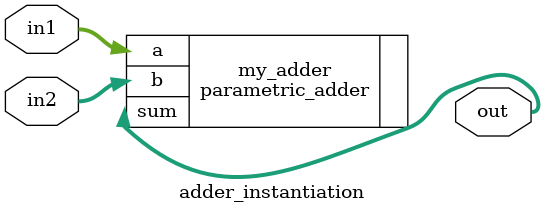
<source format=v>

module adder_instantiation (
    input [15:0] in1,
    input [15:0] in2,
    output [15:0] out
);

    // Instantiating the parametric_adder with a WIDTH of 16
    parametric_adder #(.WIDTH(16)) my_adder (
        .a(in1),
        .b(in2),
        .sum(out)
    );

endmodule

</source>
